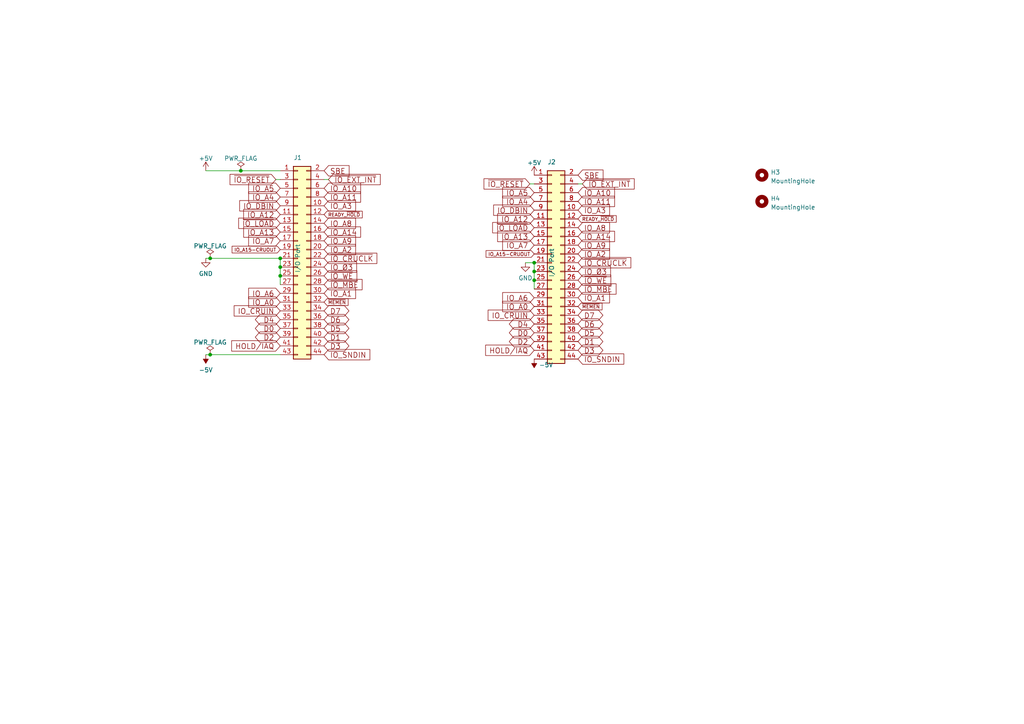
<source format=kicad_sch>
(kicad_sch (version 20211123) (generator eeschema)

  (uuid fb842739-d623-4d4f-96a7-1d6daa2dbbff)

  (paper "A4")

  (title_block
    (title "TI/99_22 IO RISER")
    (date "2022-10-25")
    (rev "V0.8")
  )

  (lib_symbols
    (symbol "Connector_Generic:Conn_02x22_Odd_Even" (pin_names (offset 1.016) hide) (in_bom yes) (on_board yes)
      (property "Reference" "J" (id 0) (at 1.27 27.94 0)
        (effects (font (size 1.27 1.27)))
      )
      (property "Value" "Conn_02x22_Odd_Even" (id 1) (at 1.27 -30.48 0)
        (effects (font (size 1.27 1.27)))
      )
      (property "Footprint" "" (id 2) (at 0 0 0)
        (effects (font (size 1.27 1.27)) hide)
      )
      (property "Datasheet" "~" (id 3) (at 0 0 0)
        (effects (font (size 1.27 1.27)) hide)
      )
      (property "ki_keywords" "connector" (id 4) (at 0 0 0)
        (effects (font (size 1.27 1.27)) hide)
      )
      (property "ki_description" "Generic connector, double row, 02x22, odd/even pin numbering scheme (row 1 odd numbers, row 2 even numbers), script generated (kicad-library-utils/schlib/autogen/connector/)" (id 5) (at 0 0 0)
        (effects (font (size 1.27 1.27)) hide)
      )
      (property "ki_fp_filters" "Connector*:*_2x??_*" (id 6) (at 0 0 0)
        (effects (font (size 1.27 1.27)) hide)
      )
      (symbol "Conn_02x22_Odd_Even_1_1"
        (rectangle (start -1.27 -27.813) (end 0 -28.067)
          (stroke (width 0.1524) (type default) (color 0 0 0 0))
          (fill (type none))
        )
        (rectangle (start -1.27 -25.273) (end 0 -25.527)
          (stroke (width 0.1524) (type default) (color 0 0 0 0))
          (fill (type none))
        )
        (rectangle (start -1.27 -22.733) (end 0 -22.987)
          (stroke (width 0.1524) (type default) (color 0 0 0 0))
          (fill (type none))
        )
        (rectangle (start -1.27 -20.193) (end 0 -20.447)
          (stroke (width 0.1524) (type default) (color 0 0 0 0))
          (fill (type none))
        )
        (rectangle (start -1.27 -17.653) (end 0 -17.907)
          (stroke (width 0.1524) (type default) (color 0 0 0 0))
          (fill (type none))
        )
        (rectangle (start -1.27 -15.113) (end 0 -15.367)
          (stroke (width 0.1524) (type default) (color 0 0 0 0))
          (fill (type none))
        )
        (rectangle (start -1.27 -12.573) (end 0 -12.827)
          (stroke (width 0.1524) (type default) (color 0 0 0 0))
          (fill (type none))
        )
        (rectangle (start -1.27 -10.033) (end 0 -10.287)
          (stroke (width 0.1524) (type default) (color 0 0 0 0))
          (fill (type none))
        )
        (rectangle (start -1.27 -7.493) (end 0 -7.747)
          (stroke (width 0.1524) (type default) (color 0 0 0 0))
          (fill (type none))
        )
        (rectangle (start -1.27 -4.953) (end 0 -5.207)
          (stroke (width 0.1524) (type default) (color 0 0 0 0))
          (fill (type none))
        )
        (rectangle (start -1.27 -2.413) (end 0 -2.667)
          (stroke (width 0.1524) (type default) (color 0 0 0 0))
          (fill (type none))
        )
        (rectangle (start -1.27 0.127) (end 0 -0.127)
          (stroke (width 0.1524) (type default) (color 0 0 0 0))
          (fill (type none))
        )
        (rectangle (start -1.27 2.667) (end 0 2.413)
          (stroke (width 0.1524) (type default) (color 0 0 0 0))
          (fill (type none))
        )
        (rectangle (start -1.27 5.207) (end 0 4.953)
          (stroke (width 0.1524) (type default) (color 0 0 0 0))
          (fill (type none))
        )
        (rectangle (start -1.27 7.747) (end 0 7.493)
          (stroke (width 0.1524) (type default) (color 0 0 0 0))
          (fill (type none))
        )
        (rectangle (start -1.27 10.287) (end 0 10.033)
          (stroke (width 0.1524) (type default) (color 0 0 0 0))
          (fill (type none))
        )
        (rectangle (start -1.27 12.827) (end 0 12.573)
          (stroke (width 0.1524) (type default) (color 0 0 0 0))
          (fill (type none))
        )
        (rectangle (start -1.27 15.367) (end 0 15.113)
          (stroke (width 0.1524) (type default) (color 0 0 0 0))
          (fill (type none))
        )
        (rectangle (start -1.27 17.907) (end 0 17.653)
          (stroke (width 0.1524) (type default) (color 0 0 0 0))
          (fill (type none))
        )
        (rectangle (start -1.27 20.447) (end 0 20.193)
          (stroke (width 0.1524) (type default) (color 0 0 0 0))
          (fill (type none))
        )
        (rectangle (start -1.27 22.987) (end 0 22.733)
          (stroke (width 0.1524) (type default) (color 0 0 0 0))
          (fill (type none))
        )
        (rectangle (start -1.27 25.527) (end 0 25.273)
          (stroke (width 0.1524) (type default) (color 0 0 0 0))
          (fill (type none))
        )
        (rectangle (start -1.27 26.67) (end 3.81 -29.21)
          (stroke (width 0.254) (type default) (color 0 0 0 0))
          (fill (type background))
        )
        (rectangle (start 3.81 -27.813) (end 2.54 -28.067)
          (stroke (width 0.1524) (type default) (color 0 0 0 0))
          (fill (type none))
        )
        (rectangle (start 3.81 -25.273) (end 2.54 -25.527)
          (stroke (width 0.1524) (type default) (color 0 0 0 0))
          (fill (type none))
        )
        (rectangle (start 3.81 -22.733) (end 2.54 -22.987)
          (stroke (width 0.1524) (type default) (color 0 0 0 0))
          (fill (type none))
        )
        (rectangle (start 3.81 -20.193) (end 2.54 -20.447)
          (stroke (width 0.1524) (type default) (color 0 0 0 0))
          (fill (type none))
        )
        (rectangle (start 3.81 -17.653) (end 2.54 -17.907)
          (stroke (width 0.1524) (type default) (color 0 0 0 0))
          (fill (type none))
        )
        (rectangle (start 3.81 -15.113) (end 2.54 -15.367)
          (stroke (width 0.1524) (type default) (color 0 0 0 0))
          (fill (type none))
        )
        (rectangle (start 3.81 -12.573) (end 2.54 -12.827)
          (stroke (width 0.1524) (type default) (color 0 0 0 0))
          (fill (type none))
        )
        (rectangle (start 3.81 -10.033) (end 2.54 -10.287)
          (stroke (width 0.1524) (type default) (color 0 0 0 0))
          (fill (type none))
        )
        (rectangle (start 3.81 -7.493) (end 2.54 -7.747)
          (stroke (width 0.1524) (type default) (color 0 0 0 0))
          (fill (type none))
        )
        (rectangle (start 3.81 -4.953) (end 2.54 -5.207)
          (stroke (width 0.1524) (type default) (color 0 0 0 0))
          (fill (type none))
        )
        (rectangle (start 3.81 -2.413) (end 2.54 -2.667)
          (stroke (width 0.1524) (type default) (color 0 0 0 0))
          (fill (type none))
        )
        (rectangle (start 3.81 0.127) (end 2.54 -0.127)
          (stroke (width 0.1524) (type default) (color 0 0 0 0))
          (fill (type none))
        )
        (rectangle (start 3.81 2.667) (end 2.54 2.413)
          (stroke (width 0.1524) (type default) (color 0 0 0 0))
          (fill (type none))
        )
        (rectangle (start 3.81 5.207) (end 2.54 4.953)
          (stroke (width 0.1524) (type default) (color 0 0 0 0))
          (fill (type none))
        )
        (rectangle (start 3.81 7.747) (end 2.54 7.493)
          (stroke (width 0.1524) (type default) (color 0 0 0 0))
          (fill (type none))
        )
        (rectangle (start 3.81 10.287) (end 2.54 10.033)
          (stroke (width 0.1524) (type default) (color 0 0 0 0))
          (fill (type none))
        )
        (rectangle (start 3.81 12.827) (end 2.54 12.573)
          (stroke (width 0.1524) (type default) (color 0 0 0 0))
          (fill (type none))
        )
        (rectangle (start 3.81 15.367) (end 2.54 15.113)
          (stroke (width 0.1524) (type default) (color 0 0 0 0))
          (fill (type none))
        )
        (rectangle (start 3.81 17.907) (end 2.54 17.653)
          (stroke (width 0.1524) (type default) (color 0 0 0 0))
          (fill (type none))
        )
        (rectangle (start 3.81 20.447) (end 2.54 20.193)
          (stroke (width 0.1524) (type default) (color 0 0 0 0))
          (fill (type none))
        )
        (rectangle (start 3.81 22.987) (end 2.54 22.733)
          (stroke (width 0.1524) (type default) (color 0 0 0 0))
          (fill (type none))
        )
        (rectangle (start 3.81 25.527) (end 2.54 25.273)
          (stroke (width 0.1524) (type default) (color 0 0 0 0))
          (fill (type none))
        )
        (pin passive line (at -5.08 25.4 0) (length 3.81)
          (name "Pin_1" (effects (font (size 1.27 1.27))))
          (number "1" (effects (font (size 1.27 1.27))))
        )
        (pin passive line (at 7.62 15.24 180) (length 3.81)
          (name "Pin_10" (effects (font (size 1.27 1.27))))
          (number "10" (effects (font (size 1.27 1.27))))
        )
        (pin passive line (at -5.08 12.7 0) (length 3.81)
          (name "Pin_11" (effects (font (size 1.27 1.27))))
          (number "11" (effects (font (size 1.27 1.27))))
        )
        (pin passive line (at 7.62 12.7 180) (length 3.81)
          (name "Pin_12" (effects (font (size 1.27 1.27))))
          (number "12" (effects (font (size 1.27 1.27))))
        )
        (pin passive line (at -5.08 10.16 0) (length 3.81)
          (name "Pin_13" (effects (font (size 1.27 1.27))))
          (number "13" (effects (font (size 1.27 1.27))))
        )
        (pin passive line (at 7.62 10.16 180) (length 3.81)
          (name "Pin_14" (effects (font (size 1.27 1.27))))
          (number "14" (effects (font (size 1.27 1.27))))
        )
        (pin passive line (at -5.08 7.62 0) (length 3.81)
          (name "Pin_15" (effects (font (size 1.27 1.27))))
          (number "15" (effects (font (size 1.27 1.27))))
        )
        (pin passive line (at 7.62 7.62 180) (length 3.81)
          (name "Pin_16" (effects (font (size 1.27 1.27))))
          (number "16" (effects (font (size 1.27 1.27))))
        )
        (pin passive line (at -5.08 5.08 0) (length 3.81)
          (name "Pin_17" (effects (font (size 1.27 1.27))))
          (number "17" (effects (font (size 1.27 1.27))))
        )
        (pin passive line (at 7.62 5.08 180) (length 3.81)
          (name "Pin_18" (effects (font (size 1.27 1.27))))
          (number "18" (effects (font (size 1.27 1.27))))
        )
        (pin passive line (at -5.08 2.54 0) (length 3.81)
          (name "Pin_19" (effects (font (size 1.27 1.27))))
          (number "19" (effects (font (size 1.27 1.27))))
        )
        (pin passive line (at 7.62 25.4 180) (length 3.81)
          (name "Pin_2" (effects (font (size 1.27 1.27))))
          (number "2" (effects (font (size 1.27 1.27))))
        )
        (pin passive line (at 7.62 2.54 180) (length 3.81)
          (name "Pin_20" (effects (font (size 1.27 1.27))))
          (number "20" (effects (font (size 1.27 1.27))))
        )
        (pin passive line (at -5.08 0 0) (length 3.81)
          (name "Pin_21" (effects (font (size 1.27 1.27))))
          (number "21" (effects (font (size 1.27 1.27))))
        )
        (pin passive line (at 7.62 0 180) (length 3.81)
          (name "Pin_22" (effects (font (size 1.27 1.27))))
          (number "22" (effects (font (size 1.27 1.27))))
        )
        (pin passive line (at -5.08 -2.54 0) (length 3.81)
          (name "Pin_23" (effects (font (size 1.27 1.27))))
          (number "23" (effects (font (size 1.27 1.27))))
        )
        (pin passive line (at 7.62 -2.54 180) (length 3.81)
          (name "Pin_24" (effects (font (size 1.27 1.27))))
          (number "24" (effects (font (size 1.27 1.27))))
        )
        (pin passive line (at -5.08 -5.08 0) (length 3.81)
          (name "Pin_25" (effects (font (size 1.27 1.27))))
          (number "25" (effects (font (size 1.27 1.27))))
        )
        (pin passive line (at 7.62 -5.08 180) (length 3.81)
          (name "Pin_26" (effects (font (size 1.27 1.27))))
          (number "26" (effects (font (size 1.27 1.27))))
        )
        (pin passive line (at -5.08 -7.62 0) (length 3.81)
          (name "Pin_27" (effects (font (size 1.27 1.27))))
          (number "27" (effects (font (size 1.27 1.27))))
        )
        (pin passive line (at 7.62 -7.62 180) (length 3.81)
          (name "Pin_28" (effects (font (size 1.27 1.27))))
          (number "28" (effects (font (size 1.27 1.27))))
        )
        (pin passive line (at -5.08 -10.16 0) (length 3.81)
          (name "Pin_29" (effects (font (size 1.27 1.27))))
          (number "29" (effects (font (size 1.27 1.27))))
        )
        (pin passive line (at -5.08 22.86 0) (length 3.81)
          (name "Pin_3" (effects (font (size 1.27 1.27))))
          (number "3" (effects (font (size 1.27 1.27))))
        )
        (pin passive line (at 7.62 -10.16 180) (length 3.81)
          (name "Pin_30" (effects (font (size 1.27 1.27))))
          (number "30" (effects (font (size 1.27 1.27))))
        )
        (pin passive line (at -5.08 -12.7 0) (length 3.81)
          (name "Pin_31" (effects (font (size 1.27 1.27))))
          (number "31" (effects (font (size 1.27 1.27))))
        )
        (pin passive line (at 7.62 -12.7 180) (length 3.81)
          (name "Pin_32" (effects (font (size 1.27 1.27))))
          (number "32" (effects (font (size 1.27 1.27))))
        )
        (pin passive line (at -5.08 -15.24 0) (length 3.81)
          (name "Pin_33" (effects (font (size 1.27 1.27))))
          (number "33" (effects (font (size 1.27 1.27))))
        )
        (pin passive line (at 7.62 -15.24 180) (length 3.81)
          (name "Pin_34" (effects (font (size 1.27 1.27))))
          (number "34" (effects (font (size 1.27 1.27))))
        )
        (pin passive line (at -5.08 -17.78 0) (length 3.81)
          (name "Pin_35" (effects (font (size 1.27 1.27))))
          (number "35" (effects (font (size 1.27 1.27))))
        )
        (pin passive line (at 7.62 -17.78 180) (length 3.81)
          (name "Pin_36" (effects (font (size 1.27 1.27))))
          (number "36" (effects (font (size 1.27 1.27))))
        )
        (pin passive line (at -5.08 -20.32 0) (length 3.81)
          (name "Pin_37" (effects (font (size 1.27 1.27))))
          (number "37" (effects (font (size 1.27 1.27))))
        )
        (pin passive line (at 7.62 -20.32 180) (length 3.81)
          (name "Pin_38" (effects (font (size 1.27 1.27))))
          (number "38" (effects (font (size 1.27 1.27))))
        )
        (pin passive line (at -5.08 -22.86 0) (length 3.81)
          (name "Pin_39" (effects (font (size 1.27 1.27))))
          (number "39" (effects (font (size 1.27 1.27))))
        )
        (pin passive line (at 7.62 22.86 180) (length 3.81)
          (name "Pin_4" (effects (font (size 1.27 1.27))))
          (number "4" (effects (font (size 1.27 1.27))))
        )
        (pin passive line (at 7.62 -22.86 180) (length 3.81)
          (name "Pin_40" (effects (font (size 1.27 1.27))))
          (number "40" (effects (font (size 1.27 1.27))))
        )
        (pin passive line (at -5.08 -25.4 0) (length 3.81)
          (name "Pin_41" (effects (font (size 1.27 1.27))))
          (number "41" (effects (font (size 1.27 1.27))))
        )
        (pin passive line (at 7.62 -25.4 180) (length 3.81)
          (name "Pin_42" (effects (font (size 1.27 1.27))))
          (number "42" (effects (font (size 1.27 1.27))))
        )
        (pin passive line (at -5.08 -27.94 0) (length 3.81)
          (name "Pin_43" (effects (font (size 1.27 1.27))))
          (number "43" (effects (font (size 1.27 1.27))))
        )
        (pin passive line (at 7.62 -27.94 180) (length 3.81)
          (name "Pin_44" (effects (font (size 1.27 1.27))))
          (number "44" (effects (font (size 1.27 1.27))))
        )
        (pin passive line (at -5.08 20.32 0) (length 3.81)
          (name "Pin_5" (effects (font (size 1.27 1.27))))
          (number "5" (effects (font (size 1.27 1.27))))
        )
        (pin passive line (at 7.62 20.32 180) (length 3.81)
          (name "Pin_6" (effects (font (size 1.27 1.27))))
          (number "6" (effects (font (size 1.27 1.27))))
        )
        (pin passive line (at -5.08 17.78 0) (length 3.81)
          (name "Pin_7" (effects (font (size 1.27 1.27))))
          (number "7" (effects (font (size 1.27 1.27))))
        )
        (pin passive line (at 7.62 17.78 180) (length 3.81)
          (name "Pin_8" (effects (font (size 1.27 1.27))))
          (number "8" (effects (font (size 1.27 1.27))))
        )
        (pin passive line (at -5.08 15.24 0) (length 3.81)
          (name "Pin_9" (effects (font (size 1.27 1.27))))
          (number "9" (effects (font (size 1.27 1.27))))
        )
      )
    )
    (symbol "Mechanical:MountingHole" (pin_names (offset 1.016)) (in_bom yes) (on_board yes)
      (property "Reference" "H" (id 0) (at 0 5.08 0)
        (effects (font (size 1.27 1.27)))
      )
      (property "Value" "MountingHole" (id 1) (at 0 3.175 0)
        (effects (font (size 1.27 1.27)))
      )
      (property "Footprint" "" (id 2) (at 0 0 0)
        (effects (font (size 1.27 1.27)) hide)
      )
      (property "Datasheet" "~" (id 3) (at 0 0 0)
        (effects (font (size 1.27 1.27)) hide)
      )
      (property "ki_keywords" "mounting hole" (id 4) (at 0 0 0)
        (effects (font (size 1.27 1.27)) hide)
      )
      (property "ki_description" "Mounting Hole without connection" (id 5) (at 0 0 0)
        (effects (font (size 1.27 1.27)) hide)
      )
      (property "ki_fp_filters" "MountingHole*" (id 6) (at 0 0 0)
        (effects (font (size 1.27 1.27)) hide)
      )
      (symbol "MountingHole_0_1"
        (circle (center 0 0) (radius 1.27)
          (stroke (width 1.27) (type default) (color 0 0 0 0))
          (fill (type none))
        )
      )
    )
    (symbol "power:+5V" (power) (pin_names (offset 0)) (in_bom yes) (on_board yes)
      (property "Reference" "#PWR" (id 0) (at 0 -3.81 0)
        (effects (font (size 1.27 1.27)) hide)
      )
      (property "Value" "+5V" (id 1) (at 0 3.556 0)
        (effects (font (size 1.27 1.27)))
      )
      (property "Footprint" "" (id 2) (at 0 0 0)
        (effects (font (size 1.27 1.27)) hide)
      )
      (property "Datasheet" "" (id 3) (at 0 0 0)
        (effects (font (size 1.27 1.27)) hide)
      )
      (property "ki_keywords" "power-flag" (id 4) (at 0 0 0)
        (effects (font (size 1.27 1.27)) hide)
      )
      (property "ki_description" "Power symbol creates a global label with name \"+5V\"" (id 5) (at 0 0 0)
        (effects (font (size 1.27 1.27)) hide)
      )
      (symbol "+5V_0_1"
        (polyline
          (pts
            (xy -0.762 1.27)
            (xy 0 2.54)
          )
          (stroke (width 0) (type default) (color 0 0 0 0))
          (fill (type none))
        )
        (polyline
          (pts
            (xy 0 0)
            (xy 0 2.54)
          )
          (stroke (width 0) (type default) (color 0 0 0 0))
          (fill (type none))
        )
        (polyline
          (pts
            (xy 0 2.54)
            (xy 0.762 1.27)
          )
          (stroke (width 0) (type default) (color 0 0 0 0))
          (fill (type none))
        )
      )
      (symbol "+5V_1_1"
        (pin power_in line (at 0 0 90) (length 0) hide
          (name "+5V" (effects (font (size 1.27 1.27))))
          (number "1" (effects (font (size 1.27 1.27))))
        )
      )
    )
    (symbol "power:-5V" (power) (pin_names (offset 0)) (in_bom yes) (on_board yes)
      (property "Reference" "#PWR" (id 0) (at 0 2.54 0)
        (effects (font (size 1.27 1.27)) hide)
      )
      (property "Value" "-5V" (id 1) (at 0 3.81 0)
        (effects (font (size 1.27 1.27)))
      )
      (property "Footprint" "" (id 2) (at 0 0 0)
        (effects (font (size 1.27 1.27)) hide)
      )
      (property "Datasheet" "" (id 3) (at 0 0 0)
        (effects (font (size 1.27 1.27)) hide)
      )
      (property "ki_keywords" "power-flag" (id 4) (at 0 0 0)
        (effects (font (size 1.27 1.27)) hide)
      )
      (property "ki_description" "Power symbol creates a global label with name \"-5V\"" (id 5) (at 0 0 0)
        (effects (font (size 1.27 1.27)) hide)
      )
      (symbol "-5V_0_0"
        (pin power_in line (at 0 0 90) (length 0) hide
          (name "-5V" (effects (font (size 1.27 1.27))))
          (number "1" (effects (font (size 1.27 1.27))))
        )
      )
      (symbol "-5V_0_1"
        (polyline
          (pts
            (xy 0 0)
            (xy 0 1.27)
            (xy 0.762 1.27)
            (xy 0 2.54)
            (xy -0.762 1.27)
            (xy 0 1.27)
          )
          (stroke (width 0) (type default) (color 0 0 0 0))
          (fill (type outline))
        )
      )
    )
    (symbol "power:GND" (power) (pin_names (offset 0)) (in_bom yes) (on_board yes)
      (property "Reference" "#PWR" (id 0) (at 0 -6.35 0)
        (effects (font (size 1.27 1.27)) hide)
      )
      (property "Value" "GND" (id 1) (at 0 -3.81 0)
        (effects (font (size 1.27 1.27)))
      )
      (property "Footprint" "" (id 2) (at 0 0 0)
        (effects (font (size 1.27 1.27)) hide)
      )
      (property "Datasheet" "" (id 3) (at 0 0 0)
        (effects (font (size 1.27 1.27)) hide)
      )
      (property "ki_keywords" "power-flag" (id 4) (at 0 0 0)
        (effects (font (size 1.27 1.27)) hide)
      )
      (property "ki_description" "Power symbol creates a global label with name \"GND\" , ground" (id 5) (at 0 0 0)
        (effects (font (size 1.27 1.27)) hide)
      )
      (symbol "GND_0_1"
        (polyline
          (pts
            (xy 0 0)
            (xy 0 -1.27)
            (xy 1.27 -1.27)
            (xy 0 -2.54)
            (xy -1.27 -1.27)
            (xy 0 -1.27)
          )
          (stroke (width 0) (type default) (color 0 0 0 0))
          (fill (type none))
        )
      )
      (symbol "GND_1_1"
        (pin power_in line (at 0 0 270) (length 0) hide
          (name "GND" (effects (font (size 1.27 1.27))))
          (number "1" (effects (font (size 1.27 1.27))))
        )
      )
    )
    (symbol "power:PWR_FLAG" (power) (pin_numbers hide) (pin_names (offset 0) hide) (in_bom yes) (on_board yes)
      (property "Reference" "#FLG" (id 0) (at 0 1.905 0)
        (effects (font (size 1.27 1.27)) hide)
      )
      (property "Value" "PWR_FLAG" (id 1) (at 0 3.81 0)
        (effects (font (size 1.27 1.27)))
      )
      (property "Footprint" "" (id 2) (at 0 0 0)
        (effects (font (size 1.27 1.27)) hide)
      )
      (property "Datasheet" "~" (id 3) (at 0 0 0)
        (effects (font (size 1.27 1.27)) hide)
      )
      (property "ki_keywords" "power-flag" (id 4) (at 0 0 0)
        (effects (font (size 1.27 1.27)) hide)
      )
      (property "ki_description" "Special symbol for telling ERC where power comes from" (id 5) (at 0 0 0)
        (effects (font (size 1.27 1.27)) hide)
      )
      (symbol "PWR_FLAG_0_0"
        (pin power_out line (at 0 0 90) (length 0)
          (name "pwr" (effects (font (size 1.27 1.27))))
          (number "1" (effects (font (size 1.27 1.27))))
        )
      )
      (symbol "PWR_FLAG_0_1"
        (polyline
          (pts
            (xy 0 0)
            (xy 0 1.27)
            (xy -1.016 1.905)
            (xy 0 2.54)
            (xy 1.016 1.905)
            (xy 0 1.27)
          )
          (stroke (width 0) (type default) (color 0 0 0 0))
          (fill (type none))
        )
      )
    )
  )

  (junction (at 154.94 78.74) (diameter 0) (color 0 0 0 0)
    (uuid 38806abb-6ca7-4b80-9da2-6f041b4fa896)
  )
  (junction (at 60.96 102.87) (diameter 0) (color 0 0 0 0)
    (uuid 45936155-3ec6-4021-928b-9c876ff2f54d)
  )
  (junction (at 81.28 77.47) (diameter 0) (color 0 0 0 0)
    (uuid 4a6a903a-55d3-4795-bc92-fff153352e73)
  )
  (junction (at 154.94 76.2) (diameter 0) (color 0 0 0 0)
    (uuid 50fefec6-1482-4367-b0ac-ffef21085f30)
  )
  (junction (at 60.96 74.93) (diameter 0) (color 0 0 0 0)
    (uuid 82cd0aca-5147-4190-ac0d-b06c54bbdcc9)
  )
  (junction (at 69.85 49.53) (diameter 0) (color 0 0 0 0)
    (uuid 9aff8e0c-e6f0-425f-878c-f0e65ff0a5d7)
  )
  (junction (at 154.94 81.28) (diameter 0) (color 0 0 0 0)
    (uuid 9de2d626-58bb-4992-8ac1-80891d9a3d08)
  )
  (junction (at 81.28 80.01) (diameter 0) (color 0 0 0 0)
    (uuid b4040013-5511-460d-aaf8-f31d6d71c82d)
  )
  (junction (at 81.28 74.93) (diameter 0) (color 0 0 0 0)
    (uuid e3da9104-6c79-4812-9384-fab3ffbb61b9)
  )

  (wire (pts (xy 154.94 76.2) (xy 154.94 78.74))
    (stroke (width 0) (type default) (color 0 0 0 0))
    (uuid 02f95389-a201-4f9c-a7f4-f8ca0e8dfeb0)
  )
  (wire (pts (xy 154.94 81.28) (xy 154.94 83.82))
    (stroke (width 0) (type default) (color 0 0 0 0))
    (uuid 059bc4e4-0218-403d-86cc-74dfa3d59474)
  )
  (wire (pts (xy 60.96 74.93) (xy 81.28 74.93))
    (stroke (width 0) (type default) (color 0 0 0 0))
    (uuid 25431de6-c510-4f41-a192-6dc61dbb3c04)
  )
  (wire (pts (xy 80.01 52.07) (xy 81.28 52.07))
    (stroke (width 0) (type default) (color 0 0 0 0))
    (uuid 30ee3268-ff80-4e24-8728-5469f371225a)
  )
  (wire (pts (xy 59.69 49.53) (xy 69.85 49.53))
    (stroke (width 0) (type default) (color 0 0 0 0))
    (uuid 4cdb050d-39a5-4ce5-9b55-55a974d4a617)
  )
  (wire (pts (xy 60.96 102.87) (xy 81.28 102.87))
    (stroke (width 0) (type default) (color 0 0 0 0))
    (uuid 6e85fe2c-f8a0-487f-b90e-8a6442fff7db)
  )
  (wire (pts (xy 81.28 80.01) (xy 81.28 82.55))
    (stroke (width 0) (type default) (color 0 0 0 0))
    (uuid 6ff1e3fd-628e-4ca5-b086-49f81d18f5c7)
  )
  (wire (pts (xy 153.67 53.34) (xy 154.94 53.34))
    (stroke (width 0) (type default) (color 0 0 0 0))
    (uuid 7e473d12-6b18-423d-acaa-ebd6d2387f6b)
  )
  (wire (pts (xy 152.4 76.2) (xy 154.94 76.2))
    (stroke (width 0) (type default) (color 0 0 0 0))
    (uuid 7fc0bb6c-f5a8-4c92-ba90-e558cd668f5b)
  )
  (wire (pts (xy 59.69 74.93) (xy 60.96 74.93))
    (stroke (width 0) (type default) (color 0 0 0 0))
    (uuid 8d5d1f18-3c9f-4678-8dc6-328ffc1a1885)
  )
  (wire (pts (xy 81.28 74.93) (xy 81.28 77.47))
    (stroke (width 0) (type default) (color 0 0 0 0))
    (uuid 90193c6f-9dea-46a4-8f66-100e61be15de)
  )
  (wire (pts (xy 167.64 53.34) (xy 168.91 53.34))
    (stroke (width 0) (type default) (color 0 0 0 0))
    (uuid aee88d68-7bd9-483f-83b8-0046273063d1)
  )
  (wire (pts (xy 69.85 49.53) (xy 81.28 49.53))
    (stroke (width 0) (type default) (color 0 0 0 0))
    (uuid cb85dc6c-c3fa-45cf-b8a1-e044ae1494f7)
  )
  (wire (pts (xy 81.28 77.47) (xy 81.28 80.01))
    (stroke (width 0) (type default) (color 0 0 0 0))
    (uuid d3cadde2-4e1a-47bf-8d0a-b456e180edfa)
  )
  (wire (pts (xy 59.69 102.87) (xy 60.96 102.87))
    (stroke (width 0) (type default) (color 0 0 0 0))
    (uuid e3158d17-89a6-4e37-87d4-46322de18d8a)
  )
  (wire (pts (xy 93.98 52.07) (xy 95.25 52.07))
    (stroke (width 0) (type default) (color 0 0 0 0))
    (uuid ee2aaaa5-f0d3-433f-8194-1a6c293d862f)
  )
  (wire (pts (xy 154.94 78.74) (xy 154.94 81.28))
    (stroke (width 0) (type default) (color 0 0 0 0))
    (uuid f4c33f31-adb1-448e-8f79-e5fcc09b840f)
  )

  (global_label "READY_~{HOLD}" (shape input) (at 93.98 62.23 0) (fields_autoplaced)
    (effects (font (size 0.9906 0.9906)) (justify left))
    (uuid 05312109-470d-4ecd-9035-b15fbe655190)
    (property "Intersheet References" "${INTERSHEET_REFS}" (id 0) (at -36.83 5.08 0)
      (effects (font (size 1.27 1.27)) hide)
    )
  )
  (global_label "IO_A12" (shape input) (at 81.28 62.23 180) (fields_autoplaced)
    (effects (font (size 1.524 1.524)) (justify right))
    (uuid 05e34112-70b1-4c3b-a4fa-7772cf1343c9)
    (property "Intersheet References" "${INTERSHEET_REFS}" (id 0) (at -36.83 5.08 0)
      (effects (font (size 1.27 1.27)) hide)
    )
  )
  (global_label "~{IO_RESET}" (shape input) (at 80.01 52.07 180) (fields_autoplaced)
    (effects (font (size 1.524 1.524)) (justify right))
    (uuid 0c6296e9-d13a-4905-b867-d2ca8dcd423a)
    (property "Intersheet References" "${INTERSHEET_REFS}" (id 0) (at 66.8434 51.9748 0)
      (effects (font (size 1.524 1.524)) (justify right) hide)
    )
  )
  (global_label "IO_A11" (shape input) (at 93.98 57.15 0) (fields_autoplaced)
    (effects (font (size 1.524 1.524)) (justify left))
    (uuid 0dd7e6f5-76c4-4679-ba14-4f182b9b4a22)
    (property "Intersheet References" "${INTERSHEET_REFS}" (id 0) (at -36.83 5.08 0)
      (effects (font (size 1.27 1.27)) hide)
    )
  )
  (global_label "D7" (shape bidirectional) (at 93.98 90.17 0) (fields_autoplaced)
    (effects (font (size 1.524 1.524)) (justify left))
    (uuid 10e181e0-529d-41dc-9a6d-c4d5c0375c3f)
    (property "Intersheet References" "${INTERSHEET_REFS}" (id 0) (at -36.83 5.08 0)
      (effects (font (size 1.27 1.27)) hide)
    )
  )
  (global_label "D3" (shape bidirectional) (at 167.64 101.6 0) (fields_autoplaced)
    (effects (font (size 1.524 1.524)) (justify left))
    (uuid 1416de86-d66a-43f3-bd07-8213ff27a6d7)
    (property "Intersheet References" "${INTERSHEET_REFS}" (id 0) (at 36.83 6.35 0)
      (effects (font (size 1.27 1.27)) hide)
    )
  )
  (global_label "IO_A9" (shape input) (at 167.64 71.12 0) (fields_autoplaced)
    (effects (font (size 1.524 1.524)) (justify left))
    (uuid 15c1bb69-ca36-4923-a9b9-e391e18a7ec0)
    (property "Intersheet References" "${INTERSHEET_REFS}" (id 0) (at 36.83 6.35 0)
      (effects (font (size 1.27 1.27)) hide)
    )
  )
  (global_label "~{IO_RESET}" (shape input) (at 153.67 53.34 180) (fields_autoplaced)
    (effects (font (size 1.524 1.524)) (justify right))
    (uuid 17d8b231-68dd-4cd6-85f0-5ef0e688f82b)
    (property "Intersheet References" "${INTERSHEET_REFS}" (id 0) (at 140.5034 53.2448 0)
      (effects (font (size 1.524 1.524)) (justify right) hide)
    )
  )
  (global_label "~{IO_LOAD}" (shape input) (at 154.94 66.04 180) (fields_autoplaced)
    (effects (font (size 1.524 1.524)) (justify right))
    (uuid 182a735d-41f5-4d0a-9804-ca9001be2a8d)
    (property "Intersheet References" "${INTERSHEET_REFS}" (id 0) (at 143.0071 65.9448 0)
      (effects (font (size 1.524 1.524)) (justify right) hide)
    )
  )
  (global_label "IO_A13" (shape input) (at 81.28 67.31 180) (fields_autoplaced)
    (effects (font (size 1.524 1.524)) (justify right))
    (uuid 1993a77c-c996-4888-8b63-d177cf6482e7)
    (property "Intersheet References" "${INTERSHEET_REFS}" (id 0) (at -36.83 5.08 0)
      (effects (font (size 1.27 1.27)) hide)
    )
  )
  (global_label "IO_A10" (shape input) (at 167.64 55.88 0) (fields_autoplaced)
    (effects (font (size 1.524 1.524)) (justify left))
    (uuid 1b7c3578-3575-4aab-a146-db11a04a25fe)
    (property "Intersheet References" "${INTERSHEET_REFS}" (id 0) (at 36.83 6.35 0)
      (effects (font (size 1.27 1.27)) hide)
    )
  )
  (global_label "~{MEMEN}" (shape input) (at 167.64 88.9 0) (fields_autoplaced)
    (effects (font (size 0.9906 0.9906)) (justify left))
    (uuid 1ce5419d-9a9b-4bf8-8983-3e30636c8149)
    (property "Intersheet References" "${INTERSHEET_REFS}" (id 0) (at 36.83 6.35 0)
      (effects (font (size 1.27 1.27)) hide)
    )
  )
  (global_label "D1" (shape bidirectional) (at 167.64 99.06 0) (fields_autoplaced)
    (effects (font (size 1.524 1.524)) (justify left))
    (uuid 1f37f02b-c9d2-4437-bdba-69ff8506d436)
    (property "Intersheet References" "${INTERSHEET_REFS}" (id 0) (at 36.83 6.35 0)
      (effects (font (size 1.27 1.27)) hide)
    )
  )
  (global_label "~{IO_WE}" (shape input) (at 93.98 80.01 0) (fields_autoplaced)
    (effects (font (size 1.524 1.524)) (justify left))
    (uuid 2136f90b-8c4b-4dc8-9c46-ea333266e59b)
    (property "Intersheet References" "${INTERSHEET_REFS}" (id 0) (at 103.3729 79.9148 0)
      (effects (font (size 1.524 1.524)) (justify left) hide)
    )
  )
  (global_label "~{IO_CRUCLK}" (shape input) (at 167.64 76.2 0) (fields_autoplaced)
    (effects (font (size 1.524 1.524)) (justify left))
    (uuid 24b87dab-6c1c-4c22-a464-41235a266600)
    (property "Intersheet References" "${INTERSHEET_REFS}" (id 0) (at 182.8386 76.1048 0)
      (effects (font (size 1.524 1.524)) (justify left) hide)
    )
  )
  (global_label "IO_CRUIN" (shape input) (at 81.28 90.17 180) (fields_autoplaced)
    (effects (font (size 1.524 1.524)) (justify right))
    (uuid 26ed91fa-ec4f-493e-9895-d47612fcbf91)
    (property "Intersheet References" "${INTERSHEET_REFS}" (id 0) (at 68.0408 90.0748 0)
      (effects (font (size 1.524 1.524)) (justify right) hide)
    )
  )
  (global_label "D3" (shape bidirectional) (at 93.98 100.33 0) (fields_autoplaced)
    (effects (font (size 1.524 1.524)) (justify left))
    (uuid 28fd1331-1140-4e5a-83aa-f5bb3d510086)
    (property "Intersheet References" "${INTERSHEET_REFS}" (id 0) (at -36.83 5.08 0)
      (effects (font (size 1.27 1.27)) hide)
    )
  )
  (global_label "~{MEMEN}" (shape input) (at 93.98 87.63 0) (fields_autoplaced)
    (effects (font (size 0.9906 0.9906)) (justify left))
    (uuid 2ac6f346-28be-4f05-a1e0-715f25a0b2e0)
    (property "Intersheet References" "${INTERSHEET_REFS}" (id 0) (at -36.83 5.08 0)
      (effects (font (size 1.27 1.27)) hide)
    )
  )
  (global_label "SBE" (shape input) (at 93.98 49.53 0) (fields_autoplaced)
    (effects (font (size 1.524 1.524)) (justify left))
    (uuid 2c403e1a-c37c-49fb-b0c0-a5c510e76c74)
    (property "Intersheet References" "${INTERSHEET_REFS}" (id 0) (at -36.83 5.08 0)
      (effects (font (size 1.27 1.27)) hide)
    )
  )
  (global_label "IO_A14" (shape input) (at 167.64 68.58 0) (fields_autoplaced)
    (effects (font (size 1.524 1.524)) (justify left))
    (uuid 2d9bc99f-d99e-4054-aa2b-8e5a71f0dcc4)
    (property "Intersheet References" "${INTERSHEET_REFS}" (id 0) (at 36.83 6.35 0)
      (effects (font (size 1.27 1.27)) hide)
    )
  )
  (global_label "IO_A7" (shape input) (at 154.94 71.12 180) (fields_autoplaced)
    (effects (font (size 1.524 1.524)) (justify right))
    (uuid 3158713f-54bd-4f19-88ac-7b48ee0342b9)
    (property "Intersheet References" "${INTERSHEET_REFS}" (id 0) (at 36.83 6.35 0)
      (effects (font (size 1.27 1.27)) hide)
    )
  )
  (global_label "~{IO_MBE}" (shape input) (at 93.98 82.55 0) (fields_autoplaced)
    (effects (font (size 1.524 1.524)) (justify left))
    (uuid 31863252-2127-47c6-b2d2-d1148c140ee2)
    (property "Intersheet References" "${INTERSHEET_REFS}" (id 0) (at 104.8969 82.4548 0)
      (effects (font (size 1.524 1.524)) (justify left) hide)
    )
  )
  (global_label "IO_A2" (shape input) (at 167.64 73.66 0) (fields_autoplaced)
    (effects (font (size 1.524 1.524)) (justify left))
    (uuid 336aaed2-e2f7-4ba0-9bc8-88a59ee41e82)
    (property "Intersheet References" "${INTERSHEET_REFS}" (id 0) (at 36.83 6.35 0)
      (effects (font (size 1.27 1.27)) hide)
    )
  )
  (global_label "HOLD{slash}IAQ" (shape input) (at 154.94 101.6 180) (fields_autoplaced)
    (effects (font (size 1.524 1.524)) (justify right))
    (uuid 34f80be6-1836-4043-91d4-12ef54b7748f)
    (property "Intersheet References" "${INTERSHEET_REFS}" (id 0) (at 140.9751 101.5048 0)
      (effects (font (size 1.524 1.524)) (justify right) hide)
    )
  )
  (global_label "D6" (shape bidirectional) (at 167.64 93.98 0) (fields_autoplaced)
    (effects (font (size 1.524 1.524)) (justify left))
    (uuid 3a98bfb5-ff0c-450f-afb7-618ee1aa533f)
    (property "Intersheet References" "${INTERSHEET_REFS}" (id 0) (at 36.83 6.35 0)
      (effects (font (size 1.27 1.27)) hide)
    )
  )
  (global_label "IO_A8" (shape input) (at 167.64 66.04 0) (fields_autoplaced)
    (effects (font (size 1.524 1.524)) (justify left))
    (uuid 3f81dc35-8029-4be4-a9db-0bc6094f74e1)
    (property "Intersheet References" "${INTERSHEET_REFS}" (id 0) (at 36.83 6.35 0)
      (effects (font (size 1.27 1.27)) hide)
    )
  )
  (global_label "IO_A5" (shape input) (at 81.28 54.61 180) (fields_autoplaced)
    (effects (font (size 1.524 1.524)) (justify right))
    (uuid 409c525b-bf6b-40cc-98c8-bf70b3b6bb79)
    (property "Intersheet References" "${INTERSHEET_REFS}" (id 0) (at -36.83 5.08 0)
      (effects (font (size 1.27 1.27)) hide)
    )
  )
  (global_label "READY_~{HOLD}" (shape input) (at 167.64 63.5 0) (fields_autoplaced)
    (effects (font (size 0.9906 0.9906)) (justify left))
    (uuid 452ba779-beea-4266-a02b-1276bfd2a20a)
    (property "Intersheet References" "${INTERSHEET_REFS}" (id 0) (at 36.83 6.35 0)
      (effects (font (size 1.27 1.27)) hide)
    )
  )
  (global_label "D4" (shape bidirectional) (at 81.28 92.71 180) (fields_autoplaced)
    (effects (font (size 1.524 1.524)) (justify right))
    (uuid 4c539335-6384-4331-bb02-d27248ace900)
    (property "Intersheet References" "${INTERSHEET_REFS}" (id 0) (at -36.83 5.08 0)
      (effects (font (size 1.27 1.27)) hide)
    )
  )
  (global_label "D5" (shape bidirectional) (at 167.64 96.52 0) (fields_autoplaced)
    (effects (font (size 1.524 1.524)) (justify left))
    (uuid 4de39ead-33ae-4be7-9aa6-a0445cc44c63)
    (property "Intersheet References" "${INTERSHEET_REFS}" (id 0) (at 36.83 6.35 0)
      (effects (font (size 1.27 1.27)) hide)
    )
  )
  (global_label "SBE" (shape input) (at 167.64 50.8 0) (fields_autoplaced)
    (effects (font (size 1.524 1.524)) (justify left))
    (uuid 4f7f1796-d501-4137-ab01-ee2f3458c231)
    (property "Intersheet References" "${INTERSHEET_REFS}" (id 0) (at 36.83 6.35 0)
      (effects (font (size 1.27 1.27)) hide)
    )
  )
  (global_label "IO_A9" (shape input) (at 93.98 69.85 0) (fields_autoplaced)
    (effects (font (size 1.524 1.524)) (justify left))
    (uuid 51c9b690-90d8-4cb8-baa1-3cf236327a8b)
    (property "Intersheet References" "${INTERSHEET_REFS}" (id 0) (at -36.83 5.08 0)
      (effects (font (size 1.27 1.27)) hide)
    )
  )
  (global_label "IO_A11" (shape input) (at 167.64 58.42 0) (fields_autoplaced)
    (effects (font (size 1.524 1.524)) (justify left))
    (uuid 564e3392-3ba1-4af0-8f54-e940b788905f)
    (property "Intersheet References" "${INTERSHEET_REFS}" (id 0) (at 36.83 6.35 0)
      (effects (font (size 1.27 1.27)) hide)
    )
  )
  (global_label "IO_A4" (shape input) (at 154.94 58.42 180) (fields_autoplaced)
    (effects (font (size 1.524 1.524)) (justify right))
    (uuid 5b5d74e6-9695-4acd-bf7f-570ff629364c)
    (property "Intersheet References" "${INTERSHEET_REFS}" (id 0) (at 36.83 6.35 0)
      (effects (font (size 1.27 1.27)) hide)
    )
  )
  (global_label "~{IO_LOAD}" (shape input) (at 81.28 64.77 180) (fields_autoplaced)
    (effects (font (size 1.524 1.524)) (justify right))
    (uuid 5d7d36a1-8a13-4336-b51c-4c5e72bca6a8)
    (property "Intersheet References" "${INTERSHEET_REFS}" (id 0) (at 69.3471 64.6748 0)
      (effects (font (size 1.524 1.524)) (justify right) hide)
    )
  )
  (global_label "IO_A0" (shape input) (at 154.94 88.9 180) (fields_autoplaced)
    (effects (font (size 1.524 1.524)) (justify right))
    (uuid 5f9016f0-bdec-47f8-b003-edf387bcad84)
    (property "Intersheet References" "${INTERSHEET_REFS}" (id 0) (at 36.83 6.35 0)
      (effects (font (size 1.27 1.27)) hide)
    )
  )
  (global_label "IO_A15-CRUOUT" (shape input) (at 81.28 72.39 180) (fields_autoplaced)
    (effects (font (size 0.9906 0.9906)) (justify right))
    (uuid 637972b4-fe32-4cd9-bddd-a7fc49bf7994)
    (property "Intersheet References" "${INTERSHEET_REFS}" (id 0) (at -36.83 5.08 0)
      (effects (font (size 1.27 1.27)) hide)
    )
  )
  (global_label "IO_SNDIN" (shape input) (at 167.64 104.14 0) (fields_autoplaced)
    (effects (font (size 1.524 1.524)) (justify left))
    (uuid 7518ae9b-ca37-43df-b416-4dbc06174d93)
    (property "Intersheet References" "${INTERSHEET_REFS}" (id 0) (at 180.8066 104.0448 0)
      (effects (font (size 1.524 1.524)) (justify left) hide)
    )
  )
  (global_label "IO_A1" (shape input) (at 167.64 86.36 0) (fields_autoplaced)
    (effects (font (size 1.524 1.524)) (justify left))
    (uuid 7538453c-a90a-4b28-a139-5e64459d1574)
    (property "Intersheet References" "${INTERSHEET_REFS}" (id 0) (at 36.83 6.35 0)
      (effects (font (size 1.27 1.27)) hide)
    )
  )
  (global_label "IO_A0" (shape input) (at 81.28 87.63 180) (fields_autoplaced)
    (effects (font (size 1.524 1.524)) (justify right))
    (uuid 792dea4f-6d31-47fc-b980-2776b077ec87)
    (property "Intersheet References" "${INTERSHEET_REFS}" (id 0) (at -36.83 5.08 0)
      (effects (font (size 1.27 1.27)) hide)
    )
  )
  (global_label "HOLD{slash}IAQ" (shape input) (at 81.28 100.33 180) (fields_autoplaced)
    (effects (font (size 1.524 1.524)) (justify right))
    (uuid 7b670c48-27a4-460e-ae37-2856c2c8bd58)
    (property "Intersheet References" "${INTERSHEET_REFS}" (id 0) (at 67.3151 100.2348 0)
      (effects (font (size 1.524 1.524)) (justify right) hide)
    )
  )
  (global_label "D6" (shape bidirectional) (at 93.98 92.71 0) (fields_autoplaced)
    (effects (font (size 1.524 1.524)) (justify left))
    (uuid 7b941711-9cf7-4bb3-a951-95fb817c641f)
    (property "Intersheet References" "${INTERSHEET_REFS}" (id 0) (at -36.83 5.08 0)
      (effects (font (size 1.27 1.27)) hide)
    )
  )
  (global_label "IO_A6" (shape input) (at 154.94 86.36 180) (fields_autoplaced)
    (effects (font (size 1.524 1.524)) (justify right))
    (uuid 7ddc5d55-e527-4517-90d3-5de09dc6a0c9)
    (property "Intersheet References" "${INTERSHEET_REFS}" (id 0) (at 36.83 6.35 0)
      (effects (font (size 1.27 1.27)) hide)
    )
  )
  (global_label "D7" (shape bidirectional) (at 167.64 91.44 0) (fields_autoplaced)
    (effects (font (size 1.524 1.524)) (justify left))
    (uuid 7fb7934b-447e-4361-90b4-373c26be9a67)
    (property "Intersheet References" "${INTERSHEET_REFS}" (id 0) (at 36.83 6.35 0)
      (effects (font (size 1.27 1.27)) hide)
    )
  )
  (global_label "D4" (shape bidirectional) (at 154.94 93.98 180) (fields_autoplaced)
    (effects (font (size 1.524 1.524)) (justify right))
    (uuid 8347fb06-6b0d-4edd-9db7-c20098f697cc)
    (property "Intersheet References" "${INTERSHEET_REFS}" (id 0) (at 36.83 6.35 0)
      (effects (font (size 1.27 1.27)) hide)
    )
  )
  (global_label "IO_SNDIN" (shape input) (at 93.98 102.87 0) (fields_autoplaced)
    (effects (font (size 1.524 1.524)) (justify left))
    (uuid 842c5325-81bb-4214-a2f3-591792aafb7d)
    (property "Intersheet References" "${INTERSHEET_REFS}" (id 0) (at 107.1466 102.7748 0)
      (effects (font (size 1.524 1.524)) (justify left) hide)
    )
  )
  (global_label "D2" (shape bidirectional) (at 154.94 99.06 180) (fields_autoplaced)
    (effects (font (size 1.524 1.524)) (justify right))
    (uuid 853df9a1-5cb4-48bc-862e-8c4875a8272e)
    (property "Intersheet References" "${INTERSHEET_REFS}" (id 0) (at 36.83 6.35 0)
      (effects (font (size 1.27 1.27)) hide)
    )
  )
  (global_label "IO_DBIN" (shape input) (at 81.28 59.69 180) (fields_autoplaced)
    (effects (font (size 1.524 1.524)) (justify right))
    (uuid 86bbde44-dfd6-4321-a513-9d10e5b3fe92)
    (property "Intersheet References" "${INTERSHEET_REFS}" (id 0) (at 69.6374 59.5948 0)
      (effects (font (size 1.524 1.524)) (justify right) hide)
    )
  )
  (global_label "IO_A1" (shape input) (at 93.98 85.09 0) (fields_autoplaced)
    (effects (font (size 1.524 1.524)) (justify left))
    (uuid 880ad5aa-3805-4a86-99d0-663a0377530d)
    (property "Intersheet References" "${INTERSHEET_REFS}" (id 0) (at -36.83 5.08 0)
      (effects (font (size 1.27 1.27)) hide)
    )
  )
  (global_label "D5" (shape bidirectional) (at 93.98 95.25 0) (fields_autoplaced)
    (effects (font (size 1.524 1.524)) (justify left))
    (uuid 8910ef90-1f57-4568-90b4-a5ae052f9c42)
    (property "Intersheet References" "${INTERSHEET_REFS}" (id 0) (at -36.83 5.08 0)
      (effects (font (size 1.27 1.27)) hide)
    )
  )
  (global_label "IO_A3" (shape input) (at 93.98 59.69 0) (fields_autoplaced)
    (effects (font (size 1.524 1.524)) (justify left))
    (uuid 8fa9964b-5afc-4e20-9c52-2de1851112b1)
    (property "Intersheet References" "${INTERSHEET_REFS}" (id 0) (at -36.83 5.08 0)
      (effects (font (size 1.27 1.27)) hide)
    )
  )
  (global_label "IO_A8" (shape input) (at 93.98 64.77 0) (fields_autoplaced)
    (effects (font (size 1.524 1.524)) (justify left))
    (uuid 96334572-274f-43c9-aefc-49a19c11abc3)
    (property "Intersheet References" "${INTERSHEET_REFS}" (id 0) (at -36.83 5.08 0)
      (effects (font (size 1.27 1.27)) hide)
    )
  )
  (global_label "~{IO_MBE}" (shape input) (at 167.64 83.82 0) (fields_autoplaced)
    (effects (font (size 1.524 1.524)) (justify left))
    (uuid 971cb445-cf86-455d-a181-e4b41974a1a4)
    (property "Intersheet References" "${INTERSHEET_REFS}" (id 0) (at 178.5569 83.7248 0)
      (effects (font (size 1.524 1.524)) (justify left) hide)
    )
  )
  (global_label "IO_A15-CRUOUT" (shape input) (at 154.94 73.66 180) (fields_autoplaced)
    (effects (font (size 0.9906 0.9906)) (justify right))
    (uuid a222abab-bb5a-417b-822f-2ac91ec400c7)
    (property "Intersheet References" "${INTERSHEET_REFS}" (id 0) (at 36.83 6.35 0)
      (effects (font (size 1.27 1.27)) hide)
    )
  )
  (global_label "IO_A4" (shape input) (at 81.28 57.15 180) (fields_autoplaced)
    (effects (font (size 1.524 1.524)) (justify right))
    (uuid a4381dcc-78da-43fa-a37c-59c41f72ce3a)
    (property "Intersheet References" "${INTERSHEET_REFS}" (id 0) (at -36.83 5.08 0)
      (effects (font (size 1.27 1.27)) hide)
    )
  )
  (global_label "IO_A10" (shape input) (at 93.98 54.61 0) (fields_autoplaced)
    (effects (font (size 1.524 1.524)) (justify left))
    (uuid a6ac7f23-e081-4855-beee-f30138e21de4)
    (property "Intersheet References" "${INTERSHEET_REFS}" (id 0) (at -36.83 5.08 0)
      (effects (font (size 1.27 1.27)) hide)
    )
  )
  (global_label "IO_DBIN" (shape input) (at 154.94 60.96 180) (fields_autoplaced)
    (effects (font (size 1.524 1.524)) (justify right))
    (uuid ab243779-69a4-4478-a81e-5fc0a58ec7e4)
    (property "Intersheet References" "${INTERSHEET_REFS}" (id 0) (at 143.2974 60.8648 0)
      (effects (font (size 1.524 1.524)) (justify right) hide)
    )
  )
  (global_label "IO_Ø3" (shape input) (at 93.98 77.47 0) (fields_autoplaced)
    (effects (font (size 1.524 1.524)) (justify left))
    (uuid ab4646c2-a2c5-414d-86d2-0098e0b7a8ed)
    (property "Intersheet References" "${INTERSHEET_REFS}" (id 0) (at 103.3003 77.3748 0)
      (effects (font (size 1.524 1.524)) (justify left) hide)
    )
  )
  (global_label "D1" (shape bidirectional) (at 93.98 97.79 0) (fields_autoplaced)
    (effects (font (size 1.524 1.524)) (justify left))
    (uuid abb89732-fcee-42a1-850f-20ae2841f58c)
    (property "Intersheet References" "${INTERSHEET_REFS}" (id 0) (at -36.83 5.08 0)
      (effects (font (size 1.27 1.27)) hide)
    )
  )
  (global_label "IO_CRUIN" (shape input) (at 154.94 91.44 180) (fields_autoplaced)
    (effects (font (size 1.524 1.524)) (justify right))
    (uuid b25188d7-1a6a-48f6-b349-8176d90988af)
    (property "Intersheet References" "${INTERSHEET_REFS}" (id 0) (at 141.7008 91.3448 0)
      (effects (font (size 1.524 1.524)) (justify right) hide)
    )
  )
  (global_label "~{IO_EXT_INT}" (shape input) (at 95.25 52.07 0) (fields_autoplaced)
    (effects (font (size 1.524 1.524)) (justify left))
    (uuid bd52118c-d781-4b14-b696-a608a56339cd)
    (property "Intersheet References" "${INTERSHEET_REFS}" (id 0) (at 110.1583 51.9748 0)
      (effects (font (size 1.524 1.524)) (justify left) hide)
    )
  )
  (global_label "~{IO_CRUCLK}" (shape input) (at 93.98 74.93 0) (fields_autoplaced)
    (effects (font (size 1.524 1.524)) (justify left))
    (uuid c2ba42ae-5716-4214-a5dd-a7942d2990d6)
    (property "Intersheet References" "${INTERSHEET_REFS}" (id 0) (at 109.1786 74.8348 0)
      (effects (font (size 1.524 1.524)) (justify left) hide)
    )
  )
  (global_label "D0" (shape bidirectional) (at 81.28 95.25 180) (fields_autoplaced)
    (effects (font (size 1.524 1.524)) (justify right))
    (uuid c9479767-5f1a-48c5-991d-c7f6a6e90b26)
    (property "Intersheet References" "${INTERSHEET_REFS}" (id 0) (at -36.83 5.08 0)
      (effects (font (size 1.27 1.27)) hide)
    )
  )
  (global_label "IO_A5" (shape input) (at 154.94 55.88 180) (fields_autoplaced)
    (effects (font (size 1.524 1.524)) (justify right))
    (uuid c965d985-b801-4a7c-ad64-b19c3a5ad473)
    (property "Intersheet References" "${INTERSHEET_REFS}" (id 0) (at 36.83 6.35 0)
      (effects (font (size 1.27 1.27)) hide)
    )
  )
  (global_label "D2" (shape bidirectional) (at 81.28 97.79 180) (fields_autoplaced)
    (effects (font (size 1.524 1.524)) (justify right))
    (uuid ca25a68a-22d3-49ea-afbf-2e2b4c799f79)
    (property "Intersheet References" "${INTERSHEET_REFS}" (id 0) (at -36.83 5.08 0)
      (effects (font (size 1.27 1.27)) hide)
    )
  )
  (global_label "IO_A14" (shape input) (at 93.98 67.31 0) (fields_autoplaced)
    (effects (font (size 1.524 1.524)) (justify left))
    (uuid cafb155c-cebe-44d1-b2e2-592ad513b0b5)
    (property "Intersheet References" "${INTERSHEET_REFS}" (id 0) (at -36.83 5.08 0)
      (effects (font (size 1.27 1.27)) hide)
    )
  )
  (global_label "IO_A2" (shape input) (at 93.98 72.39 0) (fields_autoplaced)
    (effects (font (size 1.524 1.524)) (justify left))
    (uuid ce2d3f12-fde7-4202-bb50-a0bc94e019ff)
    (property "Intersheet References" "${INTERSHEET_REFS}" (id 0) (at -36.83 5.08 0)
      (effects (font (size 1.27 1.27)) hide)
    )
  )
  (global_label "~{IO_EXT_INT}" (shape input) (at 168.91 53.34 0) (fields_autoplaced)
    (effects (font (size 1.524 1.524)) (justify left))
    (uuid d0313c01-c089-406b-afdc-7918537a15b6)
    (property "Intersheet References" "${INTERSHEET_REFS}" (id 0) (at 183.8183 53.2448 0)
      (effects (font (size 1.524 1.524)) (justify left) hide)
    )
  )
  (global_label "IO_A7" (shape input) (at 81.28 69.85 180) (fields_autoplaced)
    (effects (font (size 1.524 1.524)) (justify right))
    (uuid d5ba45da-4738-4c04-97e4-40ead20aacaf)
    (property "Intersheet References" "${INTERSHEET_REFS}" (id 0) (at -36.83 5.08 0)
      (effects (font (size 1.27 1.27)) hide)
    )
  )
  (global_label "~{IO_WE}" (shape input) (at 167.64 81.28 0) (fields_autoplaced)
    (effects (font (size 1.524 1.524)) (justify left))
    (uuid d9123324-9a80-46ac-ae7b-8f782a6d4963)
    (property "Intersheet References" "${INTERSHEET_REFS}" (id 0) (at 177.0329 81.1848 0)
      (effects (font (size 1.524 1.524)) (justify left) hide)
    )
  )
  (global_label "IO_A12" (shape input) (at 154.94 63.5 180) (fields_autoplaced)
    (effects (font (size 1.524 1.524)) (justify right))
    (uuid ddcc6475-7eaf-4b7c-ae33-c4340945b948)
    (property "Intersheet References" "${INTERSHEET_REFS}" (id 0) (at 36.83 6.35 0)
      (effects (font (size 1.27 1.27)) hide)
    )
  )
  (global_label "IO_A3" (shape input) (at 167.64 60.96 0) (fields_autoplaced)
    (effects (font (size 1.524 1.524)) (justify left))
    (uuid deb4dc84-ec5c-44a6-95c0-a7d96438ac07)
    (property "Intersheet References" "${INTERSHEET_REFS}" (id 0) (at 36.83 6.35 0)
      (effects (font (size 1.27 1.27)) hide)
    )
  )
  (global_label "IO_Ø3" (shape input) (at 167.64 78.74 0) (fields_autoplaced)
    (effects (font (size 1.524 1.524)) (justify left))
    (uuid dedb953a-8b12-47f6-83ce-37c49d377b39)
    (property "Intersheet References" "${INTERSHEET_REFS}" (id 0) (at 176.9603 78.6448 0)
      (effects (font (size 1.524 1.524)) (justify left) hide)
    )
  )
  (global_label "IO_A13" (shape input) (at 154.94 68.58 180) (fields_autoplaced)
    (effects (font (size 1.524 1.524)) (justify right))
    (uuid e01c8c32-b9d2-49b9-8ffb-cdf53d58c255)
    (property "Intersheet References" "${INTERSHEET_REFS}" (id 0) (at 36.83 6.35 0)
      (effects (font (size 1.27 1.27)) hide)
    )
  )
  (global_label "D0" (shape bidirectional) (at 154.94 96.52 180) (fields_autoplaced)
    (effects (font (size 1.524 1.524)) (justify right))
    (uuid e2960999-eabf-4d2e-8a83-e3c8802b5006)
    (property "Intersheet References" "${INTERSHEET_REFS}" (id 0) (at 36.83 6.35 0)
      (effects (font (size 1.27 1.27)) hide)
    )
  )
  (global_label "IO_A6" (shape input) (at 81.28 85.09 180) (fields_autoplaced)
    (effects (font (size 1.524 1.524)) (justify right))
    (uuid ec1fc007-c8fe-4698-9147-ac8fedb11879)
    (property "Intersheet References" "${INTERSHEET_REFS}" (id 0) (at -36.83 5.08 0)
      (effects (font (size 1.27 1.27)) hide)
    )
  )

  (symbol (lib_id "power:PWR_FLAG") (at 60.96 102.87 0) (unit 1)
    (in_bom yes) (on_board yes) (fields_autoplaced)
    (uuid 11b2696f-6a9d-441a-a4b8-ed632e1310c8)
    (property "Reference" "#FLG0102" (id 0) (at 60.96 100.965 0)
      (effects (font (size 1.27 1.27)) hide)
    )
    (property "Value" "PWR_FLAG" (id 1) (at 60.96 99.2942 0))
    (property "Footprint" "" (id 2) (at 60.96 102.87 0)
      (effects (font (size 1.27 1.27)) hide)
    )
    (property "Datasheet" "~" (id 3) (at 60.96 102.87 0)
      (effects (font (size 1.27 1.27)) hide)
    )
    (pin "1" (uuid ce2bc3a3-b312-4099-ac53-531eda039d77))
  )

  (symbol (lib_id "power:-5V") (at 59.69 102.87 180) (unit 1)
    (in_bom yes) (on_board yes) (fields_autoplaced)
    (uuid 1968dc02-8829-45d9-bf1b-c4f92cb2802a)
    (property "Reference" "#PWR0105" (id 0) (at 59.69 105.41 0)
      (effects (font (size 1.27 1.27)) hide)
    )
    (property "Value" "-5V" (id 1) (at 59.69 107.3134 0))
    (property "Footprint" "" (id 2) (at 59.69 102.87 0)
      (effects (font (size 1.27 1.27)) hide)
    )
    (property "Datasheet" "" (id 3) (at 59.69 102.87 0)
      (effects (font (size 1.27 1.27)) hide)
    )
    (pin "1" (uuid 14c2bcf9-cd7b-47fe-bf34-9b353c0d9fcf))
  )

  (symbol (lib_id "Mechanical:MountingHole") (at 220.98 50.8 0) (unit 1)
    (in_bom yes) (on_board yes) (fields_autoplaced)
    (uuid 35c14355-7297-4f7d-bb96-a3e22ccf81bd)
    (property "Reference" "H3" (id 0) (at 223.52 49.9653 0)
      (effects (font (size 1.27 1.27)) (justify left))
    )
    (property "Value" "MountingHole" (id 1) (at 223.52 52.5022 0)
      (effects (font (size 1.27 1.27)) (justify left))
    )
    (property "Footprint" "MountingHole:MountingHole_3.2mm_M3" (id 2) (at 220.98 50.8 0)
      (effects (font (size 1.27 1.27)) hide)
    )
    (property "Datasheet" "~" (id 3) (at 220.98 50.8 0)
      (effects (font (size 1.27 1.27)) hide)
    )
  )

  (symbol (lib_id "power:+5V") (at 59.69 49.53 0) (unit 1)
    (in_bom yes) (on_board yes) (fields_autoplaced)
    (uuid 3a3382d2-2856-495a-8ba7-f5c9f37054df)
    (property "Reference" "#PWR0104" (id 0) (at 59.69 53.34 0)
      (effects (font (size 1.27 1.27)) hide)
    )
    (property "Value" "+5V" (id 1) (at 59.69 45.9542 0))
    (property "Footprint" "" (id 2) (at 59.69 49.53 0)
      (effects (font (size 1.27 1.27)) hide)
    )
    (property "Datasheet" "" (id 3) (at 59.69 49.53 0)
      (effects (font (size 1.27 1.27)) hide)
    )
    (pin "1" (uuid 1213ade0-7922-4be8-95cb-9af1d9e8630c))
  )

  (symbol (lib_id "power:-5V") (at 154.94 104.14 180) (unit 1)
    (in_bom yes) (on_board yes) (fields_autoplaced)
    (uuid 65650815-9c7f-4186-aa59-8815f3413b30)
    (property "Reference" "#PWR0103" (id 0) (at 154.94 106.68 0)
      (effects (font (size 1.27 1.27)) hide)
    )
    (property "Value" "-5V" (id 1) (at 156.337 105.8438 0)
      (effects (font (size 1.27 1.27)) (justify right))
    )
    (property "Footprint" "" (id 2) (at 154.94 104.14 0)
      (effects (font (size 1.27 1.27)) hide)
    )
    (property "Datasheet" "" (id 3) (at 154.94 104.14 0)
      (effects (font (size 1.27 1.27)) hide)
    )
    (pin "1" (uuid 91961a11-54ed-43b9-a74c-e9e12719acdc))
  )

  (symbol (lib_id "power:+5V") (at 154.94 50.8 0) (unit 1)
    (in_bom yes) (on_board yes) (fields_autoplaced)
    (uuid 79487922-35fd-4fb9-a6c2-c086e99b824c)
    (property "Reference" "#PWR0102" (id 0) (at 154.94 54.61 0)
      (effects (font (size 1.27 1.27)) hide)
    )
    (property "Value" "+5V" (id 1) (at 154.94 47.2242 0))
    (property "Footprint" "" (id 2) (at 154.94 50.8 0)
      (effects (font (size 1.27 1.27)) hide)
    )
    (property "Datasheet" "" (id 3) (at 154.94 50.8 0)
      (effects (font (size 1.27 1.27)) hide)
    )
    (pin "1" (uuid 704b0069-76b3-4aea-942f-6b8ff7b88153))
  )

  (symbol (lib_id "power:PWR_FLAG") (at 60.96 74.93 0) (unit 1)
    (in_bom yes) (on_board yes) (fields_autoplaced)
    (uuid abe1327f-7d44-4630-99b7-0593b2661b71)
    (property "Reference" "#FLG0101" (id 0) (at 60.96 73.025 0)
      (effects (font (size 1.27 1.27)) hide)
    )
    (property "Value" "PWR_FLAG" (id 1) (at 60.96 71.3542 0))
    (property "Footprint" "" (id 2) (at 60.96 74.93 0)
      (effects (font (size 1.27 1.27)) hide)
    )
    (property "Datasheet" "~" (id 3) (at 60.96 74.93 0)
      (effects (font (size 1.27 1.27)) hide)
    )
    (pin "1" (uuid 9bcf761a-2d23-4aad-a8b1-cb6dd03169d4))
  )

  (symbol (lib_id "Mechanical:MountingHole") (at 220.98 58.42 0) (unit 1)
    (in_bom yes) (on_board yes) (fields_autoplaced)
    (uuid b8bb9092-d92a-424f-ba86-5dca1b78e051)
    (property "Reference" "H4" (id 0) (at 223.52 57.5853 0)
      (effects (font (size 1.27 1.27)) (justify left))
    )
    (property "Value" "MountingHole" (id 1) (at 223.52 60.1222 0)
      (effects (font (size 1.27 1.27)) (justify left))
    )
    (property "Footprint" "MountingHole:MountingHole_3.2mm_M3" (id 2) (at 220.98 58.42 0)
      (effects (font (size 1.27 1.27)) hide)
    )
    (property "Datasheet" "~" (id 3) (at 220.98 58.42 0)
      (effects (font (size 1.27 1.27)) hide)
    )
  )

  (symbol (lib_id "Connector_Generic:Conn_02x22_Odd_Even") (at 160.02 76.2 0) (unit 1)
    (in_bom yes) (on_board yes)
    (uuid c1730664-01c9-4ced-8530-639cede4365b)
    (property "Reference" "J2" (id 0) (at 160.02 46.99 0))
    (property "Value" "I/O Port" (id 1) (at 160.02 76.2 90))
    (property "Footprint" "WernerCustomLibrary:Card_edge_44" (id 2) (at 160.02 99.06 0)
      (effects (font (size 1.524 1.524)) hide)
    )
    (property "Datasheet" "" (id 3) (at 160.02 99.06 0)
      (effects (font (size 1.524 1.524)))
    )
    (pin "1" (uuid dcab4520-f25d-48c2-81a3-b36a8fee55bf))
    (pin "10" (uuid d9c736b9-97f3-40f5-84ea-5cd02ae9efee))
    (pin "11" (uuid e4dfb156-0037-4e44-a604-387fa7665634))
    (pin "12" (uuid a29c9cea-004f-43e4-bfda-c3777d043e9a))
    (pin "13" (uuid bcdc0def-066b-46fb-a80f-e69a74acf44b))
    (pin "14" (uuid 9e2bd9b2-888e-416a-9c16-7819dab790ed))
    (pin "15" (uuid 6869afb4-2ba7-4cc0-ae86-dfa95ffc1736))
    (pin "16" (uuid 53be1998-ec13-4aa1-9dec-bf907be84106))
    (pin "17" (uuid 2071547b-cc69-4fd0-90be-7dc0df715d6f))
    (pin "18" (uuid 5a6fc663-6e22-40b9-abc6-83a3947364ea))
    (pin "19" (uuid f8ac6fa7-c4df-401b-8cf7-ed9ecde737f3))
    (pin "2" (uuid a9d79a94-7de6-4337-8854-b73251ee37ce))
    (pin "20" (uuid eb235b93-2422-430a-9266-a16ef038b3ed))
    (pin "21" (uuid 0c200d71-a241-4adb-ae89-58340c255186))
    (pin "22" (uuid c14b19dc-6bff-4ec0-8009-5935d9bfddab))
    (pin "23" (uuid c21b0833-5569-4c50-a263-367cabb27150))
    (pin "24" (uuid 6b9103c4-f39c-4dce-ae04-3a6c65437e5c))
    (pin "25" (uuid ee0a311f-26ed-4865-bcf1-076fa63402e9))
    (pin "26" (uuid 6c4da774-fe15-4a5c-b318-e9e2538b7ed8))
    (pin "27" (uuid be9c79a5-0ad1-4084-ab73-05e8c0b724be))
    (pin "28" (uuid cd0cc69a-459e-4dfa-b555-baa6f4cb5787))
    (pin "29" (uuid 25b24339-8d1c-48e2-ba6b-e97da3a27665))
    (pin "3" (uuid 3ce9b814-82bb-47a8-9dc4-aae48aa1f260))
    (pin "30" (uuid 479f4553-2308-40a1-9648-d07e5f3315da))
    (pin "31" (uuid 5456716a-0709-487d-8008-ab752f86adab))
    (pin "32" (uuid e8d0cb67-ce2a-4f24-bbcc-8b16153df161))
    (pin "33" (uuid 1af4839c-1acb-4519-b938-a5d3336a5fad))
    (pin "34" (uuid fcd6de07-2051-4e48-8d54-8a0147013230))
    (pin "35" (uuid 16840b3f-5519-4115-8842-f39d14b89962))
    (pin "36" (uuid 4c33d83e-cac4-43cb-a519-6ba53af5f0cd))
    (pin "37" (uuid 05e4274e-a6bc-464a-8776-deb1ccd0d6f1))
    (pin "38" (uuid 57a0b5f7-f5fc-4d31-80d8-ccd4073393fc))
    (pin "39" (uuid b48c9dd6-0b97-4c30-85f6-dcd405654b05))
    (pin "4" (uuid f4d18acf-9999-4ebe-a102-6975160092b5))
    (pin "40" (uuid 9b1b5d0f-3853-412a-9ff6-f59088788517))
    (pin "41" (uuid caa3539b-5eb2-4272-96ae-4cc8993bb938))
    (pin "42" (uuid e55f54a7-d441-4d09-9e79-f1b14a8556c6))
    (pin "43" (uuid 969cb8fb-8d90-4b72-b69c-02ca838b2c2a))
    (pin "44" (uuid ed8de2b7-9496-46fe-b15e-e41573110671))
    (pin "5" (uuid 033332bd-59c8-491a-814b-ee976934c34b))
    (pin "6" (uuid bc95109f-b7a9-4c24-829c-ec635617f9ab))
    (pin "7" (uuid 0e01e838-1085-4fa3-af65-20811b59547f))
    (pin "8" (uuid 511c699e-6458-437f-8ac2-e1ed35dfcf66))
    (pin "9" (uuid c30f2d7a-78ed-4c33-923e-2a9b6c97bd71))
  )

  (symbol (lib_id "power:PWR_FLAG") (at 69.85 49.53 0) (unit 1)
    (in_bom yes) (on_board yes) (fields_autoplaced)
    (uuid c471d715-f799-4aa8-b122-61b96c7b45ae)
    (property "Reference" "#FLG0103" (id 0) (at 69.85 47.625 0)
      (effects (font (size 1.27 1.27)) hide)
    )
    (property "Value" "PWR_FLAG" (id 1) (at 69.85 45.9542 0))
    (property "Footprint" "" (id 2) (at 69.85 49.53 0)
      (effects (font (size 1.27 1.27)) hide)
    )
    (property "Datasheet" "~" (id 3) (at 69.85 49.53 0)
      (effects (font (size 1.27 1.27)) hide)
    )
    (pin "1" (uuid 1e05ac01-a66e-4f83-bcd7-1e6158a7eecc))
  )

  (symbol (lib_id "power:GND") (at 152.4 76.2 0) (unit 1)
    (in_bom yes) (on_board yes) (fields_autoplaced)
    (uuid d9a6adae-348c-4880-861b-4efa03d497c6)
    (property "Reference" "#PWR0101" (id 0) (at 152.4 82.55 0)
      (effects (font (size 1.27 1.27)) hide)
    )
    (property "Value" "GND" (id 1) (at 152.4 80.6434 0))
    (property "Footprint" "" (id 2) (at 152.4 76.2 0)
      (effects (font (size 1.27 1.27)) hide)
    )
    (property "Datasheet" "" (id 3) (at 152.4 76.2 0)
      (effects (font (size 1.27 1.27)) hide)
    )
    (pin "1" (uuid 913e1989-f0a1-4003-aef6-ddfff0b981c9))
  )

  (symbol (lib_id "power:GND") (at 59.69 74.93 0) (unit 1)
    (in_bom yes) (on_board yes) (fields_autoplaced)
    (uuid e345a739-3ea6-4ada-b291-47f1547e6a01)
    (property "Reference" "#PWR0106" (id 0) (at 59.69 81.28 0)
      (effects (font (size 1.27 1.27)) hide)
    )
    (property "Value" "GND" (id 1) (at 59.69 79.3734 0))
    (property "Footprint" "" (id 2) (at 59.69 74.93 0)
      (effects (font (size 1.27 1.27)) hide)
    )
    (property "Datasheet" "" (id 3) (at 59.69 74.93 0)
      (effects (font (size 1.27 1.27)) hide)
    )
    (pin "1" (uuid e8f6c1ed-e159-4646-a5c8-f63470fec1e8))
  )

  (symbol (lib_id "Connector_Generic:Conn_02x22_Odd_Even") (at 86.36 74.93 0) (unit 1)
    (in_bom yes) (on_board yes)
    (uuid f1b37c4f-2d15-4d0b-9463-79ebbc4b9bcd)
    (property "Reference" "J1" (id 0) (at 86.36 45.72 0))
    (property "Value" "I/O Port" (id 1) (at 86.36 74.93 90))
    (property "Footprint" "Connector_PinHeader_2.54mm:PinHeader_2x22_P2.54mm_Vertical" (id 2) (at 86.36 97.79 0)
      (effects (font (size 1.524 1.524)) hide)
    )
    (property "Datasheet" "" (id 3) (at 86.36 97.79 0)
      (effects (font (size 1.524 1.524)))
    )
    (pin "1" (uuid 991e0897-d593-4205-8e22-d08783455e53))
    (pin "10" (uuid 01c198ea-dac3-4e81-a28f-5d1b67388ddb))
    (pin "11" (uuid 522951f5-b3d8-4e39-a1b5-92f99c7787b1))
    (pin "12" (uuid 3e5f5775-6180-4c70-8527-279d1bc444ef))
    (pin "13" (uuid 921e7a41-c2ea-4dbe-9483-a280a22b0003))
    (pin "14" (uuid 164c7b0c-a259-42c6-97f9-55345c672fd9))
    (pin "15" (uuid 3529b15c-d30c-49af-b11c-f6619161e817))
    (pin "16" (uuid 731fae75-9df3-47a6-b2d7-d047b654151c))
    (pin "17" (uuid 82f34664-ed8d-467f-b17a-60cebf0021cd))
    (pin "18" (uuid 098dd9d2-2c27-4a1a-a6fb-265b5b488eb3))
    (pin "19" (uuid f0b6c59a-c376-44d9-a0e9-978dd038e9ab))
    (pin "2" (uuid 2af6db24-a8f1-4c2a-ad9f-d5dff8b0e423))
    (pin "20" (uuid d517993d-402b-46d3-ac7b-f2386b7513d2))
    (pin "21" (uuid e8e572e4-ec53-4a83-9526-f00e88a42ba9))
    (pin "22" (uuid f091ebb1-21e4-40ff-8868-b9a281b63214))
    (pin "23" (uuid 5f50c390-e2de-401d-b36f-922fea8be793))
    (pin "24" (uuid ae0410a2-5296-4c8c-a385-e2079dd24040))
    (pin "25" (uuid 11055be3-ccbb-4b4a-9a52-3aa8799bd2fc))
    (pin "26" (uuid c77ca1a3-bae8-4192-b97e-c1bf41b96f4b))
    (pin "27" (uuid 24a96636-7afd-417e-a38b-e33d556274d5))
    (pin "28" (uuid 305766c3-fd45-4d31-b61f-934e166de1f9))
    (pin "29" (uuid c6397828-6499-441c-a222-b6e33118ac3b))
    (pin "3" (uuid 9b80d3e3-0cfb-4185-a37b-253727cbcbf3))
    (pin "30" (uuid 55320683-8b49-453d-8cb2-4d0f6643e8d5))
    (pin "31" (uuid 6cd84393-86e4-4096-980f-a625ce11651c))
    (pin "32" (uuid 7685fa6d-a686-4118-8e18-412ee029edf4))
    (pin "33" (uuid a7d694ed-c8a1-40cf-9870-d288e862b809))
    (pin "34" (uuid c412e47e-8e85-4cc3-adf9-e83d6a1d3421))
    (pin "35" (uuid f5bd18c0-941c-4bba-bc5d-d585c3d90a13))
    (pin "36" (uuid b1ef838e-3661-43ac-afd8-f4b26bc68501))
    (pin "37" (uuid eab75dc9-cc5d-49c8-9de5-4c8185b826d9))
    (pin "38" (uuid 140ff9bc-7339-4265-baea-ffd01fcef8da))
    (pin "39" (uuid 4d1a28c5-1596-4fce-b3f4-fb791a3cf1e7))
    (pin "4" (uuid 5bec55be-0cb0-46b7-aa96-14d834d8e3de))
    (pin "40" (uuid e60ed793-6043-4dc9-b942-261d4d04ad7f))
    (pin "41" (uuid 4941ee39-b197-442d-88b0-03acca6cfcde))
    (pin "42" (uuid 07ad45bb-03d6-4b70-874b-d05d4c6a39f2))
    (pin "43" (uuid 2e750899-a38d-473e-9684-d4343fc00b01))
    (pin "44" (uuid 9c34117c-60ca-49de-ad90-bafbab677caf))
    (pin "5" (uuid b8d751a8-c8a7-40a4-80bf-53a1140882f0))
    (pin "6" (uuid 13aef384-8688-4a83-b1fa-aada7ac4c3ff))
    (pin "7" (uuid bf4dd089-c40d-42f7-a63f-24a10f2beeb4))
    (pin "8" (uuid 8c2e177d-5c7a-4f45-868a-3584c79ca922))
    (pin "9" (uuid 278fb133-7c8e-4631-85ae-48b3c94bcb47))
  )

  (sheet_instances
    (path "/" (page "1"))
  )

  (symbol_instances
    (path "/abe1327f-7d44-4630-99b7-0593b2661b71"
      (reference "#FLG0101") (unit 1) (value "PWR_FLAG") (footprint "")
    )
    (path "/11b2696f-6a9d-441a-a4b8-ed632e1310c8"
      (reference "#FLG0102") (unit 1) (value "PWR_FLAG") (footprint "")
    )
    (path "/c471d715-f799-4aa8-b122-61b96c7b45ae"
      (reference "#FLG0103") (unit 1) (value "PWR_FLAG") (footprint "")
    )
    (path "/d9a6adae-348c-4880-861b-4efa03d497c6"
      (reference "#PWR0101") (unit 1) (value "GND") (footprint "")
    )
    (path "/79487922-35fd-4fb9-a6c2-c086e99b824c"
      (reference "#PWR0102") (unit 1) (value "+5V") (footprint "")
    )
    (path "/65650815-9c7f-4186-aa59-8815f3413b30"
      (reference "#PWR0103") (unit 1) (value "-5V") (footprint "")
    )
    (path "/3a3382d2-2856-495a-8ba7-f5c9f37054df"
      (reference "#PWR0104") (unit 1) (value "+5V") (footprint "")
    )
    (path "/1968dc02-8829-45d9-bf1b-c4f92cb2802a"
      (reference "#PWR0105") (unit 1) (value "-5V") (footprint "")
    )
    (path "/e345a739-3ea6-4ada-b291-47f1547e6a01"
      (reference "#PWR0106") (unit 1) (value "GND") (footprint "")
    )
    (path "/35c14355-7297-4f7d-bb96-a3e22ccf81bd"
      (reference "H3") (unit 1) (value "MountingHole") (footprint "MountingHole:MountingHole_3.2mm_M3")
    )
    (path "/b8bb9092-d92a-424f-ba86-5dca1b78e051"
      (reference "H4") (unit 1) (value "MountingHole") (footprint "MountingHole:MountingHole_3.2mm_M3")
    )
    (path "/f1b37c4f-2d15-4d0b-9463-79ebbc4b9bcd"
      (reference "J1") (unit 1) (value "I/O Port") (footprint "Connector_PinHeader_2.54mm:PinHeader_2x22_P2.54mm_Vertical")
    )
    (path "/c1730664-01c9-4ced-8530-639cede4365b"
      (reference "J2") (unit 1) (value "I/O Port") (footprint "WernerCustomLibrary:Card_edge_44")
    )
  )
)

</source>
